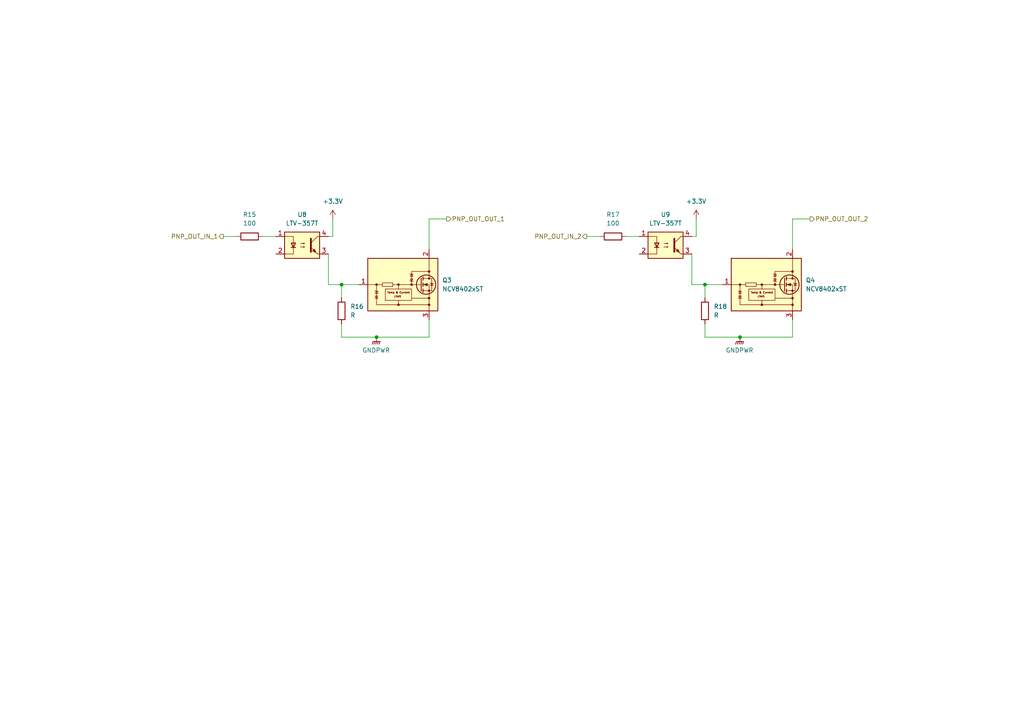
<source format=kicad_sch>
(kicad_sch (version 20250114) (generator "eeschema") (generator_version "9.0")
  (paper "A4")
  (lib_symbols
    (symbol "Device:R" (pin_numbers (hide yes)) (pin_names (offset 0))
      (property "Reference" "R" (at 2.032 0 90))
      (property "Value" "R" (at 0 0 90))
      (symbol "R_0_1"
        (rectangle (start -1.016 -2.54) (end 1.016 2.54) (stroke (width 0.254)))
      )
      (symbol "R_1_1"
        (pin passive line (at 0 3.81 270) (length 1.27) (name "~") (number "1"))
        (pin passive line (at 0 -3.81 90) (length 1.27) (name "~") (number "2"))
      )
    )
    (symbol "Isolator:LTV-357T" (pin_names (offset 1.016))
      (property "Reference" "U" (at -5.334 4.826 0))
      (property "Value" "LTV-357T" (at 0 5.08 0))
      (symbol "LTV-357T_0_1"
        (rectangle (start -5.08 3.81) (end 5.08 -3.81) (stroke (width 0.254)) (fill (type background)))
        (polyline (pts (xy -5.08 2.54) (xy -2.54 2.54) (xy -2.54 -0.762)))
        (polyline (pts (xy -3.175 -0.635) (xy -1.905 -0.635)) (stroke (width 0.254)))
        (polyline (pts (xy -2.54 -0.635) (xy -2.54 -2.54) (xy -5.08 -2.54)))
        (polyline (pts (xy -2.54 -0.635) (xy -3.175 0.635) (xy -1.905 0.635) (xy -2.54 -0.635)) (stroke (width 0.254)))
        (polyline (pts (xy -0.508 0.508) (xy 0.762 0.508) (xy 0.381 0.381) (xy 0.381 0.635) (xy 0.762 0.508)))
        (polyline (pts (xy -0.508 -0.508) (xy 0.762 -0.508) (xy 0.381 -0.635) (xy 0.381 -0.381) (xy 0.762 -0.508)))
        (polyline (pts (xy 2.54 1.905) (xy 2.54 -1.905)) (stroke (width 0.508)))
        (polyline (pts (xy 2.54 0.635) (xy 4.445 2.54)))
        (polyline (pts (xy 3.048 -1.651) (xy 3.556 -1.143) (xy 4.064 -2.159) (xy 3.048 -1.651)) (fill (type outline)))
        (polyline (pts (xy 4.445 2.54) (xy 5.08 2.54)))
        (polyline (pts (xy 4.445 -2.54) (xy 2.54 -0.635)) (fill (type outline)))
        (polyline (pts (xy 4.445 -2.54) (xy 5.08 -2.54)))
      )
      (symbol "LTV-357T_1_1"
        (pin passive line (at -7.62 2.54 0) (length 2.54) (name "~") (number "1"))
        (pin passive line (at -7.62 -2.54 0) (length 2.54) (name "~") (number "2"))
        (pin passive line (at 7.62 2.54 180) (length 2.54) (name "~") (number "4"))
        (pin passive line (at 7.62 -2.54 180) (length 2.54) (name "~") (number "3"))
      )
    )
    (symbol "Transistor_FET_Other:NCV8402xST" (pin_names (offset 0) (hide yes))
      (property "Reference" "Q" (at -9.906 11.43 0))
      (property "Value" "NCV8402xST" (at -9.906 9.144 0))
      (symbol "NCV8402xST_0_0"
        (rectangle (start -10.16 7.62) (end 10.16 -7.62) (stroke (width 0.254)) (fill (type background)))
        (rectangle (start -5.969 0.508) (end -2.921 -0.508))
        (polyline (pts (xy -1.397 -5.842) (xy -7.62 -5.842) (xy -7.62 0) (xy -6.096 0)))
        (polyline (pts (xy -1.27 -1.27) (xy -1.27 -0.635) (xy -1.27 0)))
        (polyline (pts (xy 2.54 0) (xy -2.921 0) (xy -0.889 0)))
        (polyline (pts (xy 2.54 0) (xy 2.54 3.81) (xy 7.62 3.81)))
        (polyline (pts (xy 7.62 2.667) (xy 7.62 7.62)))
        (polyline (pts (xy 7.62 -2.667) (xy 7.62 -7.62)))
        (polyline (pts (xy 7.62 -5.842) (xy -1.27 -5.842) (xy -1.27 -4.572)))
        (text "Limit" (at -1.524 -3.429 0) (effects (font (size 0.5334 0.5334))))
        (text "Temp & Current" (at -1.27 -2.286 0) (effects (font (size 0.5334 0.5334))))
      )
      (symbol "NCV8402xST_0_1"
        (polyline (pts (xy -7.62 0) (xy -10.16 0)))
        (rectangle (start -5.08 -1.27) (end 2.54 -4.572))
        (polyline (pts (xy 5.334 1.905) (xy 5.334 -1.905)) (stroke (width 0.254)))
        (polyline (pts (xy 5.334 0) (xy 2.54 0)))
        (polyline (pts (xy 5.842 2.286) (xy 5.842 1.27)) (stroke (width 0.254)))
        (polyline (pts (xy 5.842 0.508) (xy 5.842 -0.508)) (stroke (width 0.254)))
        (polyline (pts (xy 5.842 -1.27) (xy 5.842 -2.286)) (stroke (width 0.254)))
        (polyline (pts (xy 5.842 -1.778) (xy 8.382 -1.778) (xy 8.382 1.778) (xy 5.842 1.778)))
        (polyline (pts (xy 6.096 0) (xy 7.112 0.381) (xy 7.112 -0.381) (xy 6.096 0)) (fill (type outline)))
        (circle (center 6.731 0) (radius 2.794) (stroke (width 0.254)))
        (polyline (pts (xy 7.62 2.54) (xy 7.62 1.778)))
        (circle (center 7.62 1.778) (radius 0.254) (fill (type outline)))
        (circle (center 7.62 -1.778) (radius 0.254) (fill (type outline)))
        (polyline (pts (xy 7.62 -2.54) (xy 7.62 0) (xy 5.842 0)))
        (polyline (pts (xy 7.62 -3.937) (xy 2.667 -3.937)))
        (polyline (pts (xy 7.874 0.508) (xy 8.001 0.381) (xy 8.763 0.381) (xy 8.89 0.254)))
        (polyline (pts (xy 8.382 0.381) (xy 8.001 -0.254) (xy 8.763 -0.254) (xy 8.382 0.381)))
      )
      (symbol "NCV8402xST_1_1"
        (polyline (pts (xy -8.128 -1.778) (xy -8.001 -1.905) (xy -7.239 -1.905) (xy -7.112 -2.032)))
        (circle (center -7.62 0) (radius 0.2794) (fill (type outline)))
        (polyline (pts (xy -7.62 -1.905) (xy -8.001 -2.54) (xy -7.239 -2.54) (xy -7.62 -1.905)))
        (polyline (pts (xy -7.62 -3.937) (xy -7.239 -3.302) (xy -8.001 -3.302) (xy -7.62 -3.937)))
        (polyline (pts (xy -7.112 -4.064) (xy -7.239 -3.937) (xy -8.001 -3.937) (xy -8.128 -3.81)))
        (circle (center -1.27 0) (radius 0.2794) (fill (type outline)))
        (circle (center -1.27 -5.842) (radius 0.2794) (fill (type outline)))
        (polyline (pts (xy 2.032 3.175) (xy 2.159 3.048) (xy 2.921 3.048) (xy 3.048 2.921)))
        (polyline (pts (xy 2.54 3.048) (xy 2.159 2.413) (xy 2.921 2.413) (xy 2.54 3.048)))
        (polyline (pts (xy 2.54 1.016) (xy 2.921 1.651) (xy 2.159 1.651) (xy 2.54 1.016)))
        (circle (center 2.54 0) (radius 0.2794) (fill (type outline)))
        (polyline (pts (xy 3.048 0.889) (xy 2.921 1.016) (xy 2.159 1.016) (xy 2.032 1.143)))
        (circle (center 7.62 3.81) (radius 0.2794) (fill (type outline)))
        (circle (center 7.62 -3.937) (radius 0.2794) (fill (type outline)))
        (circle (center 7.62 -5.842) (radius 0.2794) (fill (type outline)))
        (pin input line (at -12.7 0 0) (length 2.54) (name "G") (number "1"))
        (pin passive line (at 7.62 10.16 270) (length 2.54) (name "D") (number "2"))
        (pin passive line (at 7.62 10.16 270) (length 2.54) (hide yes) (name "D") (number "4"))
        (pin passive line (at 7.62 -10.16 90) (length 2.54) (name "S") (number "3"))
      )
    )
    (symbol "power:+3.3V" (power) (pin_numbers (hide yes)) (pin_names (offset 0) (hide yes))
      (property "Value" "+3.3V" (at 0 3.556 0))
      (symbol "+3.3V_0_1"
        (polyline (pts (xy -0.762 1.27) (xy 0 2.54)))
        (polyline (pts (xy 0 2.54) (xy 0.762 1.27)))
        (polyline (pts (xy 0 0) (xy 0 2.54)))
      )
      (symbol "+3.3V_1_1"
        (pin power_in line (at 0 0 90) (length 0) (name "~") (number "1"))
      )
    )
    (symbol "power:GNDPWR" (power) (pin_numbers (hide yes)) (pin_names (offset 0) (hide yes))
      (property "Value" "GNDPWR" (at 0 -3.302 0))
      (symbol "GNDPWR_0_1"
        (polyline (pts (xy -1.016 -1.27) (xy -1.27 -2.032) (xy -1.27 -2.032)) (stroke (width 0.2032)))
        (polyline (pts (xy -0.508 -1.27) (xy -0.762 -2.032) (xy -0.762 -2.032)) (stroke (width 0.2032)))
        (polyline (pts (xy 0 -1.27) (xy 0 0)))
        (polyline (pts (xy 0 -1.27) (xy -0.254 -2.032) (xy -0.254 -2.032)) (stroke (width 0.2032)))
        (polyline (pts (xy 0.508 -1.27) (xy 0.254 -2.032) (xy 0.254 -2.032)) (stroke (width 0.2032)))
        (polyline (pts (xy 1.016 -1.27) (xy -1.016 -1.27) (xy -1.016 -1.27)) (stroke (width 0.2032)))
        (polyline (pts (xy 1.016 -1.27) (xy 0.762 -2.032) (xy 0.762 -2.032) (xy 0.762 -2.032)) (stroke (width 0.2032)))
      )
      (symbol "GNDPWR_1_1"
        (pin power_in line (at 0 0 270) (length 0) (name "~") (number "1"))
      )
    )
  )
  (junction (at 99.06 82.55))
  (junction (at 214.63 97.79))
  (junction (at 109.22 97.79))
  (junction (at 204.47 82.55))
  (wire (pts (xy 204.47 82.55) (xy 209.55 82.55)))
  (wire (pts (xy 229.87 72.39) (xy 229.87 63.5)))
  (wire (pts (xy 181.61 68.58) (xy 185.42 68.58)))
  (wire (pts (xy 99.06 93.98) (xy 99.06 97.79)))
  (wire (pts (xy 214.63 97.79) (xy 229.87 97.79)))
  (wire (pts (xy 200.66 82.55) (xy 204.47 82.55)))
  (wire (pts (xy 95.25 73.66) (xy 95.25 82.55)))
  (wire (pts (xy 99.06 82.55) (xy 99.06 86.36)))
  (wire (pts (xy 99.06 97.79) (xy 109.22 97.79)))
  (wire (pts (xy 64.77 68.58) (xy 68.58 68.58)))
  (wire (pts (xy 124.46 72.39) (xy 124.46 63.5)))
  (wire (pts (xy 201.93 68.58) (xy 201.93 63.5)))
  (wire (pts (xy 96.52 68.58) (xy 96.52 63.5)))
  (wire (pts (xy 204.47 82.55) (xy 204.47 86.36)))
  (wire (pts (xy 229.87 97.79) (xy 229.87 92.71)))
  (wire (pts (xy 124.46 63.5) (xy 129.54 63.5)))
  (wire (pts (xy 99.06 82.55) (xy 104.14 82.55)))
  (wire (pts (xy 170.18 68.58) (xy 173.99 68.58)))
  (wire (pts (xy 200.66 73.66) (xy 200.66 82.55)))
  (wire (pts (xy 95.25 68.58) (xy 96.52 68.58)))
  (wire (pts (xy 229.87 63.5) (xy 234.95 63.5)))
  (wire (pts (xy 109.22 97.79) (xy 124.46 97.79)))
  (wire (pts (xy 204.47 93.98) (xy 204.47 97.79)))
  (wire (pts (xy 95.25 82.55) (xy 99.06 82.55)))
  (wire (pts (xy 124.46 97.79) (xy 124.46 92.71)))
  (wire (pts (xy 76.2 68.58) (xy 80.01 68.58)))
  (wire (pts (xy 200.66 68.58) (xy 201.93 68.58)))
  (wire (pts (xy 204.47 97.79) (xy 214.63 97.79)))
  (hierarchical_label "PNP_OUT_IN_2" (shape output) (at 170.18 68.58 180))
  (hierarchical_label "PNP_OUT_OUT_2" (shape output) (at 234.95 63.5 0))
  (hierarchical_label "PNP_OUT_IN_1" (shape output) (at 64.77 68.58 180))
  (hierarchical_label "PNP_OUT_OUT_1" (shape output) (at 129.54 63.5 0))
  (symbol (lib_id "power:GNDPWR") (at 214.63 97.79 0) (unit 1)
    (property "Reference" "#PWR032" (effects (hide yes)))
    (property "Value" "GNDPWR" (at 214.503 101.6 0))
    (property "Description" "Power symbol creates a global label with name \"GNDPWR\" , global ground" (effects (hide yes)))
  )
  (symbol (lib_id "Isolator:LTV-357T") (at 87.63 71.12 0) (unit 1)
    (property "Reference" "U8" (at 87.63 62.23 0))
    (property "Value" "LTV-357T" (at 87.63 64.77 0))
    (property "Footprint" "Package_SO:SO-4_4.4x3.6mm_P2.54mm" (effects (hide yes)))
    (property "Datasheet" "https://www.buerklin.com/medias/sys_master/download/download/h91/ha0/8892020588574.pdf" (effects (hide yes)))
    (property "Description" "DC Optocoupler, Vce 35V, CTR 50%, SO-4" (effects (hide yes)))
  )
  (symbol (lib_id "power:+3.3V") (at 201.93 63.5 0) (unit 1)
    (property "Reference" "NPN_VCC03" (effects (hide yes)))
    (property "Value" "+3.3V" (at 201.93 58.42 0))
    (property "Description" "Power symbol creates a global label with name \"+3.3V\"" (effects (hide yes)))
  )
  (symbol (lib_id "Transistor_FET_Other:NCV8402xST") (at 116.84 82.55 0) (unit 1)
    (property "Reference" "Q3" (at 128.27 81.2799 0) (effects (justify left)))
    (property "Value" "NCV8402xST" (at 128.27 83.8199 0) (effects (justify left)))
    (property "Footprint" "Package_TO_SOT_SMD:SOT-223" (effects (hide yes)))
    (property "Datasheet" "https://www.onsemi.com/pub/Collateral/NCV8402-D.PDF" (effects (hide yes)))
    (property "Description" "Self-Protected Low Side Driver with Temperature and Current Limit, SOT−223" (effects (hide yes)))
  )
  (symbol (lib_id "Device:R") (at 99.06 90.17 0) (unit 1)
    (property "Reference" "R16" (at 101.6 88.8999 0) (effects (justify left)))
    (property "Value" "R" (at 101.6 91.4399 0) (effects (justify left)))
    (property "Description" "Resistor" (effects (hide yes)))
  )
  (symbol (lib_id "Device:R") (at 72.39 68.58 90) (unit 1)
    (property "Reference" "R15" (at 72.39 62.23 90))
    (property "Value" "100" (at 72.39 64.77 90))
    (property "Description" "Resistor" (effects (hide yes)))
  )
  (symbol (lib_id "power:GNDPWR") (at 109.22 97.79 0) (unit 1)
    (property "Reference" "#PWR031" (effects (hide yes)))
    (property "Value" "GNDPWR" (at 109.093 101.6 0))
    (property "Description" "Power symbol creates a global label with name \"GNDPWR\" , global ground" (effects (hide yes)))
  )
  (symbol (lib_id "Device:R") (at 177.8 68.58 90) (unit 1)
    (property "Reference" "R17" (at 177.8 62.23 90))
    (property "Value" "100" (at 177.8 64.77 90))
    (property "Description" "Resistor" (effects (hide yes)))
  )
  (symbol (lib_id "Transistor_FET_Other:NCV8402xST") (at 222.25 82.55 0) (unit 1)
    (property "Reference" "Q4" (at 233.68 81.2799 0) (effects (justify left)))
    (property "Value" "NCV8402xST" (at 233.68 83.8199 0) (effects (justify left)))
    (property "Footprint" "Package_TO_SOT_SMD:SOT-223" (effects (hide yes)))
    (property "Datasheet" "https://www.onsemi.com/pub/Collateral/NCV8402-D.PDF" (effects (hide yes)))
    (property "Description" "Self-Protected Low Side Driver with Temperature and Current Limit, SOT−223" (effects (hide yes)))
  )
  (symbol (lib_id "Isolator:LTV-357T") (at 193.04 71.12 0) (unit 1)
    (property "Reference" "U9" (at 193.04 62.23 0))
    (property "Value" "LTV-357T" (at 193.04 64.77 0))
    (property "Footprint" "Package_SO:SO-4_4.4x3.6mm_P2.54mm" (effects (hide yes)))
    (property "Datasheet" "https://www.buerklin.com/medias/sys_master/download/download/h91/ha0/8892020588574.pdf" (effects (hide yes)))
    (property "Description" "DC Optocoupler, Vce 35V, CTR 50%, SO-4" (effects (hide yes)))
  )
  (symbol (lib_id "power:+3.3V") (at 96.52 63.5 0) (unit 1)
    (property "Reference" "NPN_VCC02" (effects (hide yes)))
    (property "Value" "+3.3V" (at 96.52 58.42 0))
    (property "Description" "Power symbol creates a global label with name \"+3.3V\"" (effects (hide yes)))
  )
  (symbol (lib_id "Device:R") (at 204.47 90.17 0) (unit 1)
    (property "Reference" "R18" (at 207.01 88.8999 0) (effects (justify left)))
    (property "Value" "R" (at 207.01 91.4399 0) (effects (justify left)))
    (property "Description" "Resistor" (effects (hide yes)))
  )
)
</source>
